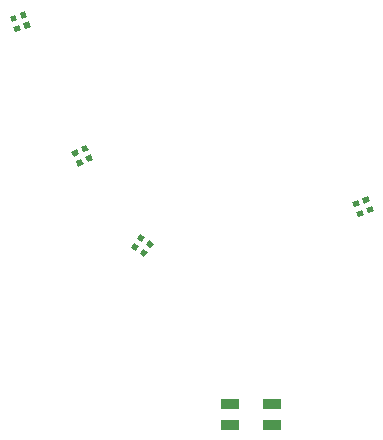
<source format=gbr>
G04 #@! TF.GenerationSoftware,KiCad,Pcbnew,(5.1.10)-1*
G04 #@! TF.CreationDate,2021-10-13T01:49:27-04:00*
G04 #@! TF.ProjectId,ScryptKeeper,53637279-7074-44b6-9565-7065722e6b69,rev?*
G04 #@! TF.SameCoordinates,Original*
G04 #@! TF.FileFunction,Paste,Top*
G04 #@! TF.FilePolarity,Positive*
%FSLAX46Y46*%
G04 Gerber Fmt 4.6, Leading zero omitted, Abs format (unit mm)*
G04 Created by KiCad (PCBNEW (5.1.10)-1) date 2021-10-13 01:49:27*
%MOMM*%
%LPD*%
G01*
G04 APERTURE LIST*
%ADD10R,1.600000X0.850000*%
%ADD11C,0.100000*%
G04 APERTURE END LIST*
D10*
X83340000Y-113425000D03*
X83340000Y-115175000D03*
X86840000Y-113425000D03*
X86840000Y-115175000D03*
D11*
G36*
X70916738Y-92144215D02*
G01*
X70705428Y-91691061D01*
X71158582Y-91479751D01*
X71369892Y-91932905D01*
X70916738Y-92144215D01*
G37*
G36*
X71297095Y-92959892D02*
G01*
X71085785Y-92506738D01*
X71538939Y-92295428D01*
X71750249Y-92748582D01*
X71297095Y-92959892D01*
G37*
G36*
X70481418Y-93340249D02*
G01*
X70270108Y-92887095D01*
X70723262Y-92675785D01*
X70934572Y-93128939D01*
X70481418Y-93340249D01*
G37*
G36*
X70101061Y-92524572D02*
G01*
X69889751Y-92071418D01*
X70342905Y-91860108D01*
X70554215Y-92313262D01*
X70101061Y-92524572D01*
G37*
G36*
X75334666Y-100488691D02*
G01*
X74925090Y-100201903D01*
X75211878Y-99792327D01*
X75621454Y-100079115D01*
X75334666Y-100488691D01*
G37*
G36*
X76071903Y-101004910D02*
G01*
X75662327Y-100718122D01*
X75949115Y-100308546D01*
X76358691Y-100595334D01*
X76071903Y-101004910D01*
G37*
G36*
X76588122Y-100267673D02*
G01*
X76178546Y-99980885D01*
X76465334Y-99571309D01*
X76874910Y-99858097D01*
X76588122Y-100267673D01*
G37*
G36*
X75850885Y-99751454D02*
G01*
X75441309Y-99464666D01*
X75728097Y-99055090D01*
X76137673Y-99341878D01*
X75850885Y-99751454D01*
G37*
G36*
X94699535Y-96463657D02*
G01*
X94528525Y-95993811D01*
X94998371Y-95822801D01*
X95169381Y-96292647D01*
X94699535Y-96463657D01*
G37*
G36*
X95007353Y-97309381D02*
G01*
X94836343Y-96839535D01*
X95306189Y-96668525D01*
X95477199Y-97138371D01*
X95007353Y-97309381D01*
G37*
G36*
X94161629Y-97617199D02*
G01*
X93990619Y-97147353D01*
X94460465Y-96976343D01*
X94631475Y-97446189D01*
X94161629Y-97617199D01*
G37*
G36*
X93853811Y-96771475D02*
G01*
X93682801Y-96301629D01*
X94152647Y-96130619D01*
X94323657Y-96600465D01*
X93853811Y-96771475D01*
G37*
G36*
X64843811Y-81131475D02*
G01*
X64672801Y-80661629D01*
X65142647Y-80490619D01*
X65313657Y-80960465D01*
X64843811Y-81131475D01*
G37*
G36*
X65151629Y-81977199D02*
G01*
X64980619Y-81507353D01*
X65450465Y-81336343D01*
X65621475Y-81806189D01*
X65151629Y-81977199D01*
G37*
G36*
X65997353Y-81669381D02*
G01*
X65826343Y-81199535D01*
X66296189Y-81028525D01*
X66467199Y-81498371D01*
X65997353Y-81669381D01*
G37*
G36*
X65689535Y-80823657D02*
G01*
X65518525Y-80353811D01*
X65988371Y-80182801D01*
X66159381Y-80652647D01*
X65689535Y-80823657D01*
G37*
M02*

</source>
